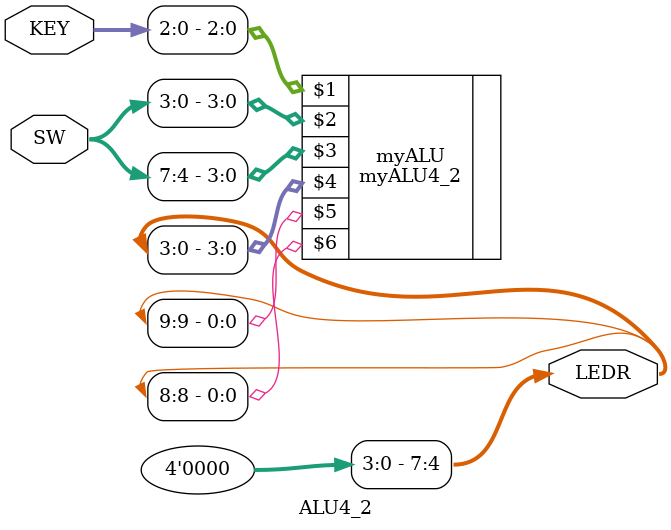
<source format=v>


module ALU4_2(

	//////////// KEY //////////
	input 		     [3:0]		KEY,

	//////////// SW //////////
	input 		     [9:0]		SW,

	//////////// LED //////////
	output		     [9:0]		LEDR
);



//=======================================================
//  REG/WIRE declarations
//=======================================================
assign LEDR[7:4] = 0;
myALU4_2 myALU(KEY[2:0], SW[3:0], SW[7:4], LEDR[3:0], LEDR[9], LEDR[8]);


//=======================================================
//  Structural coding
//=======================================================



endmodule

</source>
